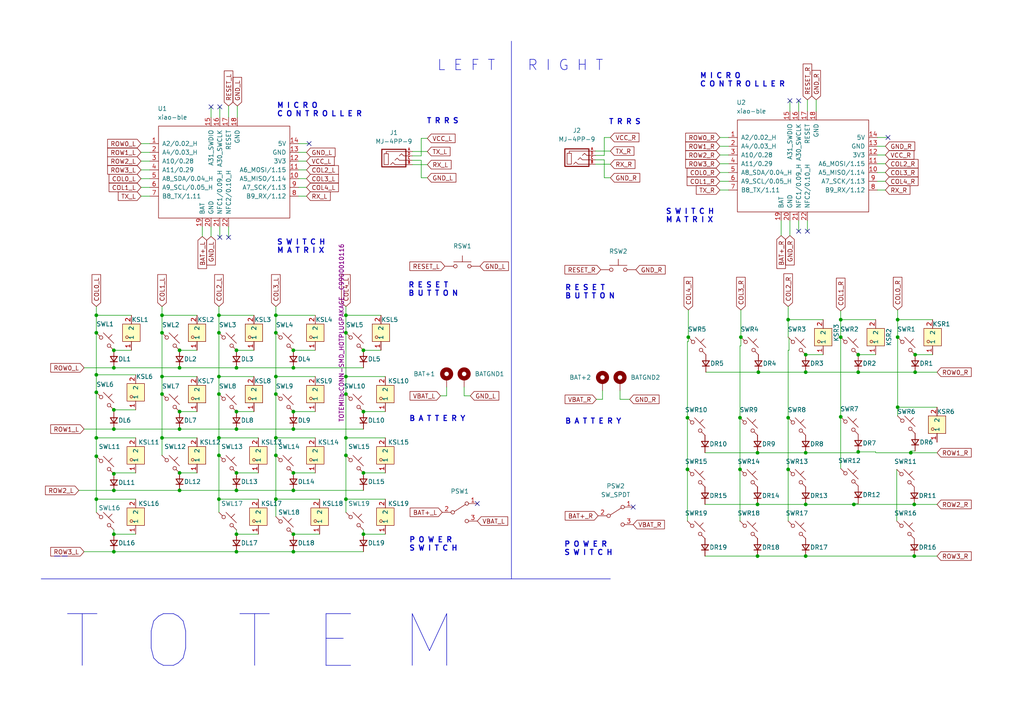
<source format=kicad_sch>
(kicad_sch (version 20250114) (generator "eeschema") (generator_version "9.0")
  (paper "A4")
  (title_block (title "TOTEM split keyboard") (date "2022-11-09") (rev "0.3") (comment 1 "made by GEIST") (comment 2 "edited by Essenceia from manifacturability "))
  (text "M I C R O \nC O N T R O L L E R" (at 202.946 25.4 0) (effects (font (size 1.5 1.5) (thickness 0.3) (bold yes)) (justify left bottom)))
  (text "T R R S" (at 176.53 36.322 0) (effects (font (size 1.5 1.5) (thickness 0.3) (bold yes)) (justify left bottom)))
  (text "R E S E T \nB U T T O N" (at 118.364 86.106 0) (effects (font (size 1.5 1.5) (thickness 0.3) (bold yes)) (justify left bottom)))
  (text "S W I T C H\nM A T R I X" (at 80.264 73.66 0) (effects (font (size 1.5 1.5) (thickness 0.3) (bold yes)) (justify left bottom)))
  (text "P O W E R\nS W I T C H" (at 118.618 160.02 0) (effects (font (size 1.5 1.5) (thickness 0.3) (bold yes)) (justify left bottom)))
  (text "R E S E T \nB U T T O N" (at 163.83 86.868 0) (effects (font (size 1.5 1.5) (thickness 0.3) (bold yes)) (justify left bottom)))
  (text "T O T E M" (at 18.034 195.072 0) (effects (font (size 15 15)) (justify left bottom)))
  (text "S W I T C H\nM A T R I X" (at 193.04 64.77 0) (effects (font (size 1.5 1.5) (thickness 0.3) (bold yes)) (justify left bottom)))
  (text "T R R S" (at 123.698 36.068 0) (effects (font (size 1.5 1.5) (thickness 0.3) (bold yes)) (justify left bottom)))
  (text "B A T T E R Y" (at 118.618 122.428 0) (effects (font (size 1.5 1.5) (thickness 0.3) (bold yes)) (justify left bottom)))
  (text "P O W E R\nS W I T C H" (at 163.576 161.29 0) (effects (font (size 1.5 1.5) (thickness 0.3) (bold yes)) (justify left bottom)))
  (text "R I G H T" (at 152.908 20.828 0) (effects (font (size 3 3)) (justify left bottom)))
  (text "B A T T E R Y" (at 163.83 123.19 0) (effects (font (size 1.5 1.5) (thickness 0.3) (bold yes)) (justify left bottom)))
  (text "L E F T" (at 143.764 20.828 0) (effects (font (size 3 3)) (justify right bottom)))
  (text "M I C R O \nC O N T R O L L E R" (at 80.264 34.036 0) (effects (font (size 1.5 1.5) (thickness 0.3) (bold yes)) (justify left bottom)))
  (junction (at 27.94 132.334))
  (junction (at 219.71 131.318))
  (junction (at 46.99 127))
  (junction (at 100.33 96.52))
  (junction (at 80.01 127))
  (junction (at 248.92 107.95))
  (junction (at 243.84 97.79))
  (junction (at 105.41 137.16))
  (junction (at 63.5 114.3))
  (junction (at 63.5 109.22))
  (junction (at 265.43 102.87))
  (junction (at 85.09 137.16))
  (junction (at 80.01 91.44))
  (junction (at 33.02 137.414))
  (junction (at 219.71 146.304))
  (junction (at 219.71 161.29))
  (junction (at 68.58 154.94))
  (junction (at 85.09 154.94))
  (junction (at 33.02 160.02))
  (junction (at 233.68 102.87))
  (junction (at 33.02 101.6))
  (junction (at 260.35 92.71))
  (junction (at 85.09 142.24))
  (junction (at 228.6 121.158))
  (junction (at 265.176 146.304))
  (junction (at 80.01 114.3))
  (junction (at 214.63 121.158))
  (junction (at 52.07 142.24))
  (junction (at 68.58 137.16))
  (junction (at 233.68 161.29))
  (junction (at 68.58 142.24))
  (junction (at 100.33 109.22))
  (junction (at 52.07 106.68))
  (junction (at 68.58 106.68))
  (junction (at 63.5 127))
  (junction (at 85.09 119.38))
  (junction (at 85.09 101.6))
  (junction (at 85.09 160.02))
  (junction (at 199.39 136.144))
  (junction (at 228.6 136.144))
  (junction (at 105.41 119.38))
  (junction (at 80.01 144.78))
  (junction (at 46.99 91.44))
  (junction (at 85.09 124.46))
  (junction (at 248.92 131.064))
  (junction (at 27.94 127))
  (junction (at 265.43 107.95))
  (junction (at 260.35 118.11))
  (junction (at 63.5 132.08))
  (junction (at 100.33 127))
  (junction (at 52.07 137.16))
  (junction (at 46.99 114.3))
  (junction (at 27.94 91.44))
  (junction (at 27.94 144.78))
  (junction (at 33.02 118.872))
  (junction (at 46.99 109.22))
  (junction (at 100.33 91.44))
  (junction (at 199.644 97.79))
  (junction (at 52.07 124.46))
  (junction (at 247.65 146.304))
  (junction (at 264.16 131.318))
  (junction (at 33.02 154.94))
  (junction (at 233.68 107.95))
  (junction (at 80.01 132.08))
  (junction (at 100.33 144.78))
  (junction (at 68.58 124.46))
  (junction (at 63.5 144.78))
  (junction (at 100.33 132.08))
  (junction (at 243.84 92.71))
  (junction (at 233.68 131.318))
  (junction (at 214.63 136.144))
  (junction (at 68.58 101.6))
  (junction (at 27.94 113.792))
  (junction (at 80.01 109.22))
  (junction (at 260.35 97.79))
  (junction (at 265.176 161.29))
  (junction (at 46.99 96.52))
  (junction (at 105.41 154.94))
  (junction (at 219.964 107.95))
  (junction (at 68.58 160.02))
  (junction (at 63.5 96.52))
  (junction (at 80.01 96.52))
  (junction (at 52.07 119.38))
  (junction (at 68.58 119.38))
  (junction (at 27.94 108.712))
  (junction (at 228.6 92.71))
  (junction (at 63.5 91.44))
  (junction (at 243.84 120.904))
  (junction (at 105.41 101.6))
  (junction (at 52.07 101.6))
  (junction (at 33.02 124.46))
  (junction (at 100.33 114.3))
  (junction (at 233.68 146.304))
  (junction (at 33.02 106.68))
  (junction (at 85.09 106.68))
  (junction (at 214.884 97.79))
  (junction (at 248.92 102.87))
  (junction (at 33.02 142.24))
  (junction (at 199.39 121.158))
  (junction (at 27.94 96.52))
  (no_connect (at 229.108 29.21))
  (no_connect (at 231.648 29.21))
  (no_connect (at 63.754 68.834))
  (no_connect (at 66.294 68.834))
  (no_connect (at 183.642 147.066))
  (no_connect (at 63.754 30.988))
  (no_connect (at 61.214 30.988))
  (no_connect (at 257.556 39.878))
  (no_connect (at 89.662 41.656))
  (no_connect (at 138.43 146.05))
  (no_connect (at 234.188 67.056))
  (no_connect (at 231.648 67.056))
  (wire (pts (xy 204.47 146.304) (xy 219.71 146.304)))
  (wire (pts (xy 233.68 102.87) (xy 238.76 102.87)))
  (wire (pts (xy 199.39 99.06) (xy 199.39 121.158)))
  (wire (pts (xy 58.674 65.786) (xy 58.674 68.58)))
  (wire (pts (xy 208.788 39.878) (xy 211.328 39.878)))
  (wire (pts (xy 204.47 131.318) (xy 219.71 131.318)))
  (wire (pts (xy 248.92 102.87) (xy 254 102.87)))
  (wire (pts (xy 179.832 113.284) (xy 179.832 115.824)))
  (wire (pts (xy 80.01 109.22) (xy 80.01 114.3)))
  (wire (pts (xy 86.614 41.656) (xy 89.662 41.656)))
  (wire (pts (xy 228.6 88.9) (xy 228.6 92.71)))
  (wire (pts (xy 260.35 89.916) (xy 260.35 92.71)))
  (wire (pts (xy 134.62 114.808) (xy 136.398 114.808)))
  (wire (pts (xy 134.62 112.268) (xy 134.62 114.808)))
  (wire (pts (xy 27.94 108.712) (xy 27.94 113.792)))
  (wire (pts (xy 100.33 109.22) (xy 100.33 114.3)))
  (wire (pts (xy 260.35 118.11) (xy 271.78 118.11)))
  (wire (pts (xy 68.58 124.46) (xy 85.09 124.46)))
  (wire (pts (xy 68.58 154.94) (xy 68.58 153.67)))
  (wire (pts (xy 214.884 100.33) (xy 214.63 100.33)))
  (wire (pts (xy 66.294 30.734) (xy 66.294 34.036)))
  (wire (pts (xy 80.01 96.52) (xy 80.01 109.22)))
  (wire (pts (xy 80.01 127) (xy 91.44 127)))
  (wire (pts (xy 254.508 50.038) (xy 256.794 50.038)))
  (wire (pts (xy 231.648 64.008) (xy 231.648 67.056)))
  (wire (pts (xy 46.99 127) (xy 46.99 132.08)))
  (wire (pts (xy 27.94 91.44) (xy 38.1 91.44)))
  (wire (pts (xy 214.63 100.33) (xy 214.63 121.158)))
  (wire (pts (xy 199.644 89.916) (xy 199.644 97.79)))
  (wire (pts (xy 228.6 92.71) (xy 228.6 97.79)))
  (wire (pts (xy 40.894 41.656) (xy 43.434 41.656)))
  (wire (pts (xy 208.788 55.118) (xy 211.328 55.118)))
  (wire (pts (xy 122.174 40.132) (xy 122.174 45.212)))
  (wire (pts (xy 175.26 46.355) (xy 175.26 51.562)))
  (wire (pts (xy 63.5 91.44) (xy 73.66 91.44)))
  (wire (pts (xy 100.33 144.78) (xy 100.33 148.59)))
  (wire (pts (xy 219.71 146.304) (xy 233.68 146.304)))
  (wire (pts (xy 27.94 96.52) (xy 27.94 108.712)))
  (wire (pts (xy 199.39 136.144) (xy 199.39 151.13)))
  (wire (pts (xy 33.02 154.94) (xy 33.02 153.67)))
  (wire (pts (xy 33.02 137.16) (xy 33.02 137.414)))
  (wire (pts (xy 68.58 106.68) (xy 85.09 106.68)))
  (wire (pts (xy 199.39 121.158) (xy 199.39 136.144)))
  (wire (pts (xy 100.33 96.52) (xy 100.33 109.22)))
  (wire (pts (xy 105.41 119.38) (xy 111.76 119.38)))
  (wire (pts (xy 208.788 50.038) (xy 211.328 50.038)))
  (wire (pts (xy 254.508 42.418) (xy 256.794 42.418)))
  (wire (pts (xy 27.94 91.44) (xy 27.94 96.52)))
  (wire (pts (xy 33.02 118.872) (xy 39.37 118.872)))
  (wire (pts (xy 260.096 136.144) (xy 260.096 151.13)))
  (wire (pts (xy 33.02 142.24) (xy 52.07 142.24)))
  (wire (pts (xy 260.35 97.79) (xy 260.35 118.11)))
  (wire (pts (xy 100.33 127) (xy 111.76 127)))
  (wire (pts (xy 85.09 101.6) (xy 91.44 101.6)))
  (wire (pts (xy 122.174 46.482) (xy 122.174 51.562)))
  (wire (pts (xy 27.94 127) (xy 27.94 132.334)))
  (wire (pts (xy 33.02 124.46) (xy 52.07 124.46)))
  (wire (pts (xy 264.16 130.81) (xy 264.16 131.318)))
  (wire (pts (xy 86.614 46.736) (xy 88.9 46.736)))
  (wire (pts (xy 27.94 132.334) (xy 27.94 144.78)))
  (wire (pts (xy 40.894 49.276) (xy 43.434 49.276)))
  (wire (pts (xy 248.92 131.064) (xy 248.92 131.318)))
  (wire (pts (xy 63.5 144.78) (xy 63.5 148.59)))
  (wire (pts (xy 63.754 30.988) (xy 63.754 34.036)))
  (wire (pts (xy 172.72 47.625) (xy 177.038 47.625)))
  (wire (pts (xy 52.07 142.24) (xy 68.58 142.24)))
  (wire (pts (xy 208.788 47.498) (xy 211.328 47.498)))
  (wire (pts (xy 24.384 124.46) (xy 33.02 124.46)))
  (wire (pts (xy 68.58 142.24) (xy 85.09 142.24)))
  (wire (pts (xy 229.108 64.008) (xy 229.108 68.326)))
  (wire (pts (xy 86.614 54.356) (xy 88.9 54.356)))
  (wire (pts (xy 265.43 107.95) (xy 271.78 107.95)))
  (wire (pts (xy 219.964 107.95) (xy 233.68 107.95)))
  (wire (pts (xy 27.94 144.78) (xy 27.94 148.59)))
  (wire (pts (xy 80.01 127) (xy 80.01 132.08)))
  (wire (pts (xy 61.214 30.988) (xy 61.214 34.036)))
  (wire (pts (xy 86.614 56.896) (xy 88.9 56.896)))
  (polyline (pts (xy 15.748 161.29) (xy 19.558 161.29)) (stroke (width 0) (type dash)))
  (wire (pts (xy 248.92 107.95) (xy 265.43 107.95)))
  (wire (pts (xy 254 131.064) (xy 254 131.318)))
  (wire (pts (xy 260.35 118.11) (xy 260.35 120.65)))
  (wire (pts (xy 243.84 97.79) (xy 243.84 120.904)))
  (wire (pts (xy 39.37 137.16) (xy 33.02 137.16)))
  (wire (pts (xy 254.508 55.118) (xy 256.794 55.118)))
  (wire (pts (xy 105.41 154.94) (xy 105.41 153.67)))
  (wire (pts (xy 254 131.318) (xy 264.16 131.318)))
  (wire (pts (xy 254.508 39.878) (xy 257.556 39.878)))
  (wire (pts (xy 100.33 109.22) (xy 111.76 109.22)))
  (wire (pts (xy 204.47 161.29) (xy 219.71 161.29)))
  (wire (pts (xy 248.92 131.318) (xy 233.68 131.318)))
  (wire (pts (xy 175.26 51.562) (xy 177.038 51.562)))
  (wire (pts (xy 63.5 127) (xy 74.93 127)))
  (wire (pts (xy 254.508 47.498) (xy 256.794 47.498)))
  (wire (pts (xy 80.01 109.22) (xy 91.44 109.22)))
  (wire (pts (xy 228.854 101.6) (xy 228.6 101.6)))
  (wire (pts (xy 243.84 120.904) (xy 243.84 135.89)))
  (wire (pts (xy 247.65 146.05) (xy 247.65 146.304)))
  (wire (pts (xy 27.94 108.712) (xy 39.37 108.712)))
  (wire (pts (xy 265.43 102.87) (xy 270.51 102.87)))
  (wire (pts (xy 80.01 91.44) (xy 91.44 91.44)))
  (wire (pts (xy 100.33 88.9) (xy 100.33 91.44)))
  (wire (pts (xy 122.174 40.132) (xy 123.952 40.132)))
  (wire (pts (xy 228.6 121.158) (xy 228.6 136.144)))
  (wire (pts (xy 33.02 160.02) (xy 68.58 160.02)))
  (wire (pts (xy 243.84 92.71) (xy 254 92.71)))
  (wire (pts (xy 68.58 119.38) (xy 73.66 119.38)))
  (wire (pts (xy 264.16 131.318) (xy 271.78 131.318)))
  (wire (pts (xy 177.038 39.878) (xy 175.26 39.878)))
  (wire (pts (xy 233.68 107.95) (xy 248.92 107.95)))
  (wire (pts (xy 80.01 144.78) (xy 92.71 144.78)))
  (wire (pts (xy 265.176 146.304) (xy 271.78 146.304)))
  (wire (pts (xy 40.894 46.736) (xy 43.434 46.736)))
  (wire (pts (xy 233.68 161.29) (xy 265.176 161.29)))
  (wire (pts (xy 80.01 88.9) (xy 80.01 91.44)))
  (wire (pts (xy 52.07 137.16) (xy 57.15 137.16)))
  (wire (pts (xy 85.09 119.38) (xy 91.44 119.38)))
  (wire (pts (xy 33.02 142.24) (xy 33.02 142.494)))
  (wire (pts (xy 127.762 114.808) (xy 129.54 114.808)))
  (wire (pts (xy 63.5 91.44) (xy 63.5 96.52)))
  (wire (pts (xy 63.5 114.3) (xy 63.5 127)))
  (wire (pts (xy 214.884 97.79) (xy 214.884 100.33)))
  (wire (pts (xy 63.5 132.08) (xy 63.5 144.78)))
  (wire (pts (xy 234.188 64.008) (xy 234.188 67.056)))
  (wire (pts (xy 119.634 47.752) (xy 123.952 47.752)))
  (wire (pts (xy 219.71 161.29) (xy 233.68 161.29)))
  (wire (pts (xy 247.65 146.304) (xy 265.176 146.304)))
  (wire (pts (xy 52.07 106.68) (xy 68.58 106.68)))
  (wire (pts (xy 85.09 124.46) (xy 105.41 124.46)))
  (wire (pts (xy 119.634 45.212) (xy 122.174 45.212)))
  (wire (pts (xy 68.58 101.6) (xy 73.66 101.6)))
  (wire (pts (xy 243.84 90.17) (xy 243.84 92.71)))
  (wire (pts (xy 214.63 136.144) (xy 214.63 151.13)))
  (wire (pts (xy 265.43 130.81) (xy 264.16 130.81)))
  (wire (pts (xy 33.02 101.6) (xy 38.1 101.6)))
  (wire (pts (xy 248.92 146.05) (xy 247.65 146.05)))
  (wire (pts (xy 46.99 91.44) (xy 57.15 91.44)))
  (wire (pts (xy 105.41 137.16) (xy 111.76 137.16)))
  (wire (pts (xy 199.644 99.06) (xy 199.39 99.06)))
  (wire (pts (xy 85.09 154.94) (xy 92.71 154.94)))
  (wire (pts (xy 85.09 142.24) (xy 105.41 142.24)))
  (wire (pts (xy 119.634 43.942) (xy 123.952 43.942)))
  (wire (pts (xy 233.68 146.304) (xy 247.65 146.304)))
  (wire (pts (xy 236.728 28.956) (xy 236.728 32.258)))
  (wire (pts (xy 85.09 106.68) (xy 105.41 106.68)))
  (polyline (pts (xy 148.336 11.938) (xy 148.336 167.894)) (stroke (width 0) (type solid)))
  (wire (pts (xy 105.41 154.94) (xy 111.76 154.94)))
  (wire (pts (xy 129.54 114.808) (xy 129.54 112.268)))
  (wire (pts (xy 24.384 106.68) (xy 33.02 106.68)))
  (wire (pts (xy 228.6 92.71) (xy 238.76 92.71)))
  (wire (pts (xy 57.15 127) (xy 46.99 127)))
  (wire (pts (xy 63.5 127) (xy 63.5 132.08)))
  (wire (pts (xy 100.33 91.44) (xy 100.33 96.52)))
  (wire (pts (xy 100.33 114.3) (xy 100.33 127)))
  (wire (pts (xy 265.176 161.29) (xy 271.78 161.29)))
  (wire (pts (xy 68.834 30.734) (xy 68.834 34.036)))
  (wire (pts (xy 122.174 51.562) (xy 123.952 51.562)))
  (wire (pts (xy 46.99 96.52) (xy 46.99 109.22)))
  (wire (pts (xy 40.894 51.816) (xy 43.434 51.816)))
  (wire (pts (xy 46.99 91.44) (xy 46.99 96.52)))
  (wire (pts (xy 254.508 44.958) (xy 256.794 44.958)))
  (polyline (pts (xy 11.938 167.894) (xy 177.038 167.894)) (stroke (width 0) (type solid)))
  (wire (pts (xy 234.188 28.956) (xy 234.188 32.258)))
  (wire (pts (xy 172.974 115.824) (xy 174.752 115.824)))
  (wire (pts (xy 68.58 137.16) (xy 74.93 137.16)))
  (wire (pts (xy 248.92 131.064) (xy 254 131.064)))
  (wire (pts (xy 243.84 92.71) (xy 243.84 97.79)))
  (wire (pts (xy 229.108 29.21) (xy 229.108 32.258)))
  (wire (pts (xy 172.72 46.355) (xy 175.26 46.355)))
  (wire (pts (xy 27.94 88.9) (xy 27.94 91.44)))
  (wire (pts (xy 52.07 101.6) (xy 57.15 101.6)))
  (wire (pts (xy 68.58 160.02) (xy 85.09 160.02)))
  (wire (pts (xy 66.294 65.786) (xy 66.294 68.834)))
  (wire (pts (xy 105.41 101.6) (xy 110.49 101.6)))
  (wire (pts (xy 85.09 137.16) (xy 91.44 137.16)))
  (wire (pts (xy 68.58 154.94) (xy 74.93 154.94)))
  (wire (pts (xy 27.94 113.792) (xy 27.94 127)))
  (wire (pts (xy 100.33 144.78) (xy 111.76 144.78)))
  (wire (pts (xy 228.6 136.144) (xy 228.6 151.13)))
  (wire (pts (xy 80.01 91.44) (xy 80.01 96.52)))
  (wire (pts (xy 52.07 142.24) (xy 52.07 142.494)))
  (wire (pts (xy 46.99 109.22) (xy 57.15 109.22)))
  (wire (pts (xy 52.07 124.46) (xy 68.58 124.46)))
  (wire (pts (xy 254.508 52.578) (xy 256.794 52.578)))
  (wire (pts (xy 40.894 56.896) (xy 43.434 56.896)))
  (wire (pts (xy 208.788 52.578) (xy 211.328 52.578)))
  (wire (pts (xy 172.72 45.085) (xy 175.26 45.085)))
  (wire (pts (xy 46.99 114.3) (xy 46.99 127)))
  (wire (pts (xy 46.99 88.9) (xy 46.99 91.44)))
  (wire (pts (xy 52.07 119.38) (xy 57.15 119.38)))
  (wire (pts (xy 204.724 107.95) (xy 219.964 107.95)))
  (wire (pts (xy 33.02 106.68) (xy 52.07 106.68)))
  (wire (pts (xy 208.788 42.418) (xy 211.328 42.418)))
  (wire (pts (xy 214.63 121.158) (xy 214.63 136.144)))
  (wire (pts (xy 228.854 98.044) (xy 228.854 101.6)))
  (wire (pts (xy 33.02 154.94) (xy 39.37 154.94)))
  (wire (pts (xy 80.01 132.08) (xy 80.01 144.78)))
  (wire (pts (xy 80.01 114.3) (xy 80.01 127)))
  (wire (pts (xy 100.33 132.08) (xy 100.33 144.78)))
  (wire (pts (xy 46.99 109.22) (xy 46.99 114.3)))
  (wire (pts (xy 260.35 92.71) (xy 260.35 97.79)))
  (wire (pts (xy 86.614 49.276) (xy 88.9 49.276)))
  (wire (pts (xy 174.752 115.824) (xy 174.752 113.284)))
  (wire (pts (xy 231.648 29.21) (xy 231.648 32.258)))
  (wire (pts (xy 199.644 97.79) (xy 199.644 99.06)))
  (wire (pts (xy 40.894 54.356) (xy 43.434 54.356)))
  (wire (pts (xy 63.5 144.78) (xy 74.93 144.78)))
  (wire (pts (xy 85.09 160.02) (xy 105.41 160.02)))
  (wire (pts (xy 214.884 89.916) (xy 214.884 97.79)))
  (wire (pts (xy 22.86 142.24) (xy 33.02 142.24)))
  (wire (pts (xy 63.5 109.22) (xy 63.5 114.3)))
  (wire (pts (xy 260.35 92.71) (xy 270.51 92.71)))
  (wire (pts (xy 86.614 44.196) (xy 88.9 44.196)))
  (wire (pts (xy 33.02 118.872) (xy 33.02 119.38)))
  (wire (pts (xy 40.894 44.196) (xy 43.434 44.196)))
  (wire (pts (xy 226.568 64.008) (xy 226.568 68.326)))
  (wire (pts (xy 63.5 96.52) (xy 63.5 109.22)))
  (wire (pts (xy 63.754 65.786) (xy 63.754 68.834)))
  (wire (pts (xy 63.5 88.9) (xy 63.5 91.44)))
  (wire (pts (xy 179.832 115.824) (xy 182.626 115.824)))
  (wire (pts (xy 63.5 109.22) (xy 73.66 109.22)))
  (wire (pts (xy 27.94 144.78) (xy 39.37 144.78)))
  (wire (pts (xy 86.614 51.816) (xy 88.9 51.816)))
  (wire (pts (xy 27.94 127) (xy 39.37 127)))
  (wire (pts (xy 100.33 91.44) (xy 110.49 91.44)))
  (wire (pts (xy 61.214 65.786) (xy 61.214 68.58)))
  (wire (pts (xy 24.384 160.02) (xy 33.02 160.02)))
  (wire (pts (xy 100.33 127) (xy 100.33 132.08)))
  (wire (pts (xy 208.788 44.958) (xy 211.328 44.958)))
  (wire (pts (xy 122.174 46.482) (xy 119.634 46.482)))
  (wire (pts (xy 80.01 144.78) (xy 80.01 149.86)))
  (wire (pts (xy 228.6 101.6) (xy 228.6 121.158)))
  (wire (pts (xy 175.26 39.878) (xy 175.26 45.085)))
  (wire (pts (xy 219.71 131.318) (xy 233.68 131.318)))
  (wire (pts (xy 172.72 43.815) (xy 177.038 43.815)))
  (global_label "GND_L" (shape input) (at 139.192 77.216 0) (property "Intersheetrefs" "${INTERSHEET_REFS}" (effects (hide yes))))
  (global_label "VCC_R" (shape input) (at 256.794 44.958 0) (property "Intersheetrefs" "${INTERSHEET_REFS}" (effects (hide yes))))
  (global_label "RX_L" (shape input) (at 123.952 47.752 0) (property "Intersheetrefs" "${INTERSHEET_REFS}" (effects (hide yes))))
  (global_label "ROW3_R" (shape input) (at 271.78 161.29 0) (property "Intersheetrefs" "${INTERSHEET_REFS}" (effects (hide yes))))
  (global_label "GND_R" (shape input) (at 256.794 42.418 0) (property "Intersheetrefs" "${INTERSHEET_REFS}" (effects (hide yes))))
  (global_label "COL3_L" (shape input) (at 80.01 88.9 90) (property "Intersheetrefs" "${INTERSHEET_REFS}" (effects (hide yes))))
  (global_label "COL4_L" (shape input) (at 100.33 88.9 90) (property "Intersheetrefs" "${INTERSHEET_REFS}" (effects (hide yes))))
  (global_label "ROW0_R" (shape input) (at 271.78 107.95 0) (property "Intersheetrefs" "${INTERSHEET_REFS}" (effects (hide yes))))
  (global_label "COL1_L" (shape input) (at 46.99 88.9 90) (property "Intersheetrefs" "${INTERSHEET_REFS}" (effects (hide yes))))
  (global_label "GND_L" (shape input) (at 68.834 30.734 90) (property "Intersheetrefs" "${INTERSHEET_REFS}" (effects (hide yes))))
  (global_label "COL2_R" (shape input) (at 228.6 88.9 90) (property "Intersheetrefs" "${INTERSHEET_REFS}" (effects (hide yes))))
  (global_label "GND_L" (shape input) (at 88.9 44.196 0) (property "Intersheetrefs" "${INTERSHEET_REFS}" (effects (hide yes))))
  (global_label "BAT+_L" (shape input) (at 128.27 148.59 180) (property "Intersheetrefs" "${INTERSHEET_REFS}" (effects (hide yes))))
  (global_label "ROW0_R" (shape input) (at 208.788 39.878 180) (property "Intersheetrefs" "${INTERSHEET_REFS}" (effects (hide yes))))
  (global_label "COL0_R" (shape input) (at 208.788 50.038 180) (property "Intersheetrefs" "${INTERSHEET_REFS}" (effects (hide yes))))
  (global_label "COL4_R" (shape input) (at 256.794 52.578 0) (property "Intersheetrefs" "${INTERSHEET_REFS}" (effects (hide yes))))
  (global_label "VCC_L" (shape input) (at 123.952 40.132 0) (property "Intersheetrefs" "${INTERSHEET_REFS}" (effects (hide yes))))
  (global_label "VCC_R" (shape input) (at 177.038 39.878 0) (property "Intersheetrefs" "${INTERSHEET_REFS}" (effects (hide yes))))
  (global_label "RESET_R" (shape input) (at 234.188 28.956 90) (property "Intersheetrefs" "${INTERSHEET_REFS}" (effects (hide yes))))
  (global_label "RESET_R" (shape input) (at 174.244 78.232 180) (property "Intersheetrefs" "${INTERSHEET_REFS}" (effects (hide yes))))
  (global_label "ROW3_L" (shape input) (at 24.384 160.02 180) (property "Intersheetrefs" "${INTERSHEET_REFS}" (effects (hide yes))))
  (global_label "VBAT_R" (shape input) (at 183.642 152.146 0) (property "Intersheetrefs" "${INTERSHEET_REFS}" (effects (hide yes))))
  (global_label "GND_L" (shape input) (at 61.214 68.58 270) (property "Intersheetrefs" "${INTERSHEET_REFS}" (effects (hide yes))))
  (global_label "RESET_L" (shape input) (at 129.032 77.216 180) (property "Intersheetrefs" "${INTERSHEET_REFS}" (effects (hide yes))))
  (global_label "VBAT_R" (shape input) (at 172.974 115.824 180) (property "Intersheetrefs" "${INTERSHEET_REFS}" (effects (hide yes))))
  (global_label "VCC_L" (shape input) (at 88.9 46.736 0) (property "Intersheetrefs" "${INTERSHEET_REFS}" (effects (hide yes))))
  (global_label "TX_L" (shape input) (at 123.952 43.942 0) (property "Intersheetrefs" "${INTERSHEET_REFS}" (effects (hide yes))))
  (global_label "BAT+_L" (shape input) (at 58.674 68.58 270) (property "Intersheetrefs" "${INTERSHEET_REFS}" (effects (hide yes))))
  (global_label "COL1_R" (shape input) (at 208.788 52.578 180) (property "Intersheetrefs" "${INTERSHEET_REFS}" (effects (hide yes))))
  (global_label "ROW3_R" (shape input) (at 208.788 47.498 180) (property "Intersheetrefs" "${INTERSHEET_REFS}" (effects (hide yes))))
  (global_label "BAT+_R" (shape input) (at 173.482 149.606 180) (property "Intersheetrefs" "${INTERSHEET_REFS}" (effects (hide yes))))
  (global_label "ROW0_L" (shape input) (at 24.384 106.68 180) (property "Intersheetrefs" "${INTERSHEET_REFS}" (effects (hide yes))))
  (global_label "GND_L" (shape input) (at 136.398 114.808 0) (property "Intersheetrefs" "${INTERSHEET_REFS}" (effects (hide yes))))
  (global_label "VBAT_L" (shape input) (at 127.762 114.808 180) (property "Intersheetrefs" "${INTERSHEET_REFS}" (effects (hide yes))))
  (global_label "ROW1_R" (shape input) (at 271.78 131.318 0) (property "Intersheetrefs" "${INTERSHEET_REFS}" (effects (hide yes))))
  (global_label "GND_L" (shape input) (at 123.952 51.562 0) (property "Intersheetrefs" "${INTERSHEET_REFS}" (effects (hide yes))))
  (global_label "BAT+_R" (shape input) (at 226.568 68.326 270) (property "Intersheetrefs" "${INTERSHEET_REFS}" (effects (hide yes))))
  (global_label "GND_R" (shape input) (at 182.626 115.824 0) (property "Intersheetrefs" "${INTERSHEET_REFS}" (effects (hide yes))))
  (global_label "RX_L" (shape input) (at 88.9 56.896 0) (property "Intersheetrefs" "${INTERSHEET_REFS}" (effects (hide yes))))
  (global_label "GND_R" (shape input) (at 184.404 78.232 0) (property "Intersheetrefs" "${INTERSHEET_REFS}" (effects (hide yes))))
  (global_label "COL0_L" (shape input) (at 27.94 88.9 90) (property "Intersheetrefs" "${INTERSHEET_REFS}" (effects (hide yes))))
  (global_label "ROW3_L" (shape input) (at 40.894 49.276 180) (property "Intersheetrefs" "${INTERSHEET_REFS}" (effects (hide yes))))
  (global_label "COL3_R" (shape input) (at 256.794 50.038 0) (property "Intersheetrefs" "${INTERSHEET_REFS}" (effects (hide yes))))
  (global_label "TX_R" (shape input) (at 177.038 43.815 0) (property "Intersheetrefs" "${INTERSHEET_REFS}" (effects (hide yes))))
  (global_label "COL4_R" (shape input) (at 199.644 89.916 90) (property "Intersheetrefs" "${INTERSHEET_REFS}" (effects (hide yes))))
  (global_label "RESET_L" (shape input) (at 66.294 30.734 90) (property "Intersheetrefs" "${INTERSHEET_REFS}" (effects (hide yes))))
  (global_label "RX_R" (shape input) (at 177.038 47.625 0) (property "Intersheetrefs" "${INTERSHEET_REFS}" (effects (hide yes))))
  (global_label "COL3_R" (shape input) (at 214.884 89.916 90) (property "Intersheetrefs" "${INTERSHEET_REFS}" (effects (hide yes))))
  (global_label "TX_R" (shape input) (at 208.788 55.118 180) (property "Intersheetrefs" "${INTERSHEET_REFS}" (effects (hide yes))))
  (global_label "ROW1_L" (shape input) (at 24.384 124.46 180) (property "Intersheetrefs" "${INTERSHEET_REFS}" (effects (hide yes))))
  (global_label "ROW2_L" (shape input) (at 40.894 46.736 180) (property "Intersheetrefs" "${INTERSHEET_REFS}" (effects (hide yes))))
  (global_label "GND_R" (shape input) (at 229.108 68.326 270) (property "Intersheetrefs" "${INTERSHEET_REFS}" (effects (hide yes))))
  (global_label "COL2_R" (shape input) (at 256.794 47.498 0) (property "Intersheetrefs" "${INTERSHEET_REFS}" (effects (hide yes))))
  (global_label "GND_R" (shape input) (at 236.728 28.956 90) (property "Intersheetrefs" "${INTERSHEET_REFS}" (effects (hide yes))))
  (global_label "VBAT_L" (shape input) (at 138.43 151.13 0) (property "Intersheetrefs" "${INTERSHEET_REFS}" (effects (hide yes))))
  (global_label "ROW1_L" (shape input) (at 40.894 44.196 180) (property "Intersheetrefs" "${INTERSHEET_REFS}" (effects (hide yes))))
  (global_label "COL1_R" (shape input) (at 243.84 90.17 90) (property "Intersheetrefs" "${INTERSHEET_REFS}" (effects (hide yes))))
  (global_label "GND_R" (shape input) (at 177.038 51.562 0) (property "Intersheetrefs" "${INTERSHEET_REFS}" (effects (hide yes))))
  (global_label "COL0_L" (shape input) (at 40.894 51.816 180) (property "Intersheetrefs" "${INTERSHEET_REFS}" (effects (hide yes))))
  (global_label "COL2_L" (shape input) (at 88.9 49.276 0) (property "Intersheetrefs" "${INTERSHEET_REFS}" (effects (hide yes))))
  (global_label "ROW1_R" (shape input) (at 208.788 42.418 180) (property "Intersheetrefs" "${INTERSHEET_REFS}" (effects (hide yes))))
  (global_label "ROW2_R" (shape input) (at 271.78 146.304 0) (property "Intersheetrefs" "${INTERSHEET_REFS}" (effects (hide yes))))
  (global_label "COL0_R" (shape input) (at 260.35 89.916 90) (property "Intersheetrefs" "${INTERSHEET_REFS}" (effects (hide yes))))
  (global_label "COL3_L" (shape input) (at 88.9 51.816 0) (property "Intersheetrefs" "${INTERSHEET_REFS}" (effects (hide yes))))
  (global_label "COL2_L" (shape input) (at 63.5 88.9 90) (property "Intersheetrefs" "${INTERSHEET_REFS}" (effects (hide yes))))
  (global_label "TX_L" (shape input) (at 40.894 56.896 180) (property "Intersheetrefs" "${INTERSHEET_REFS}" (effects (hide yes))))
  (global_label "ROW2_L" (shape input) (at 22.86 142.24 180) (property "Intersheetrefs" "${INTERSHEET_REFS}" (effects (hide yes))))
  (global_label "COL4_L" (shape input) (at 88.9 54.356 0) (property "Intersheetrefs" "${INTERSHEET_REFS}" (effects (hide yes))))
  (global_label "RX_R" (shape input) (at 256.794 55.118 0) (property "Intersheetrefs" "${INTERSHEET_REFS}" (effects (hide yes))))
  (global_label "ROW0_L" (shape input) (at 40.894 41.656 180) (property "Intersheetrefs" "${INTERSHEET_REFS}" (effects (hide yes))))
  (global_label "COL1_L" (shape input) (at 40.894 54.356 180) (property "Intersheetrefs" "${INTERSHEET_REFS}" (effects (hide yes))))
  (global_label "ROW2_R" (shape input) (at 208.788 44.958 180) (property "Intersheetrefs" "${INTERSHEET_REFS}" (effects (hide yes))))
  (symbol (lib_id "Device:D_Small") (at 105.41 157.48 90) (unit 1)
    (property "Reference" "DL19" (at 106.68 157.48 90) (effects (justify right)))
    (property "Value" "D_Small" (effects (hide yes)))
    (property "Footprint" "TOTEMlib:Diode_SOD123" (effects (hide yes)))
  )
  (symbol (lib_id "Switch:SW_Push_45deg") (at 246.38 100.33 0) (unit 1) (in_bom no) (on_board no)
    (property "Reference" "SWR2" (at 246.38 95.504 0))
    (property "Value" "SW_Push_45deg" (effects (hide yes)))
    (property "Footprint" "TOTEMlib:Kailh_socket_PG1350_optional" (effects (hide yes)))
  )
  (symbol (lib_id "Switch:SW_Push_45deg") (at 66.04 151.13 0) (unit 1) (in_bom no) (on_board no)
    (property "Reference" "SWL17" (at 67.31 146.05 0))
    (property "Value" "SW_Push_45deg" (effects (hide yes)))
    (property "Footprint" "TOTEMlib:Kailh_socket_PG1350_optional" (effects (hide yes)))
  )
  (symbol (lib_id "Totem_lib:CPG135001S30") (at 345.44 85.09 0) (unit 1)
    (property "Reference" "KSR9" (at 345.44 81.026 0))
    (property "Value" "CPG135001S30" (effects (hide yes)))
    (property "Footprint" "TOTEMlib:CONN-SMD_HOTPLUGPAKAGE__C9900010116" (effects (hide yes)))
    (property "LCSC Part" "C5333465" (effects (hide yes)))
  )
  (symbol (lib_id "Switch:SW_Push_45deg") (at 30.48 151.13 0) (unit 1) (in_bom no) (on_board no)
    (property "Reference" "SWL16" (at 31.75 147.32 0))
    (property "Value" "SW_Push_45deg" (effects (hide yes)))
    (property "Footprint" "TOTEMlib:Kailh_socket_PG1350_optional" (effects (hide yes)))
  )
  (symbol (lib_id "Switch:SW_Push_45deg") (at 262.636 153.67 0) (unit 1) (in_bom no) (on_board no)
    (property "Reference" "SWR16" (at 262.636 148.844 0))
    (property "Value" "SW_Push_45deg" (effects (hide yes)))
    (property "Footprint" "TOTEMlib:Kailh_socket_PG1350_optional" (effects (hide yes)))
  )
  (symbol (lib_id "Totem_lib:CPG135001S30") (at 238.76 97.79 90) (unit 1)
    (property "Reference" "KSR3" (at 242.57 96.52 0))
    (property "Value" "CPG135001S30" (effects (hide yes)))
    (property "Footprint" "TOTEMlib:CONN-SMD_HOTPLUGPAKAGE__C9900010116" (effects (hide yes)))
    (property "LCSC Part" "C5333465" (effects (hide yes)))
  )
  (symbol (lib_id "Switch:SW_SPDT") (at 133.35 148.59 0) (unit 1)
    (property "Reference" "PSW1" (at 133.35 142.494 0))
    (property "Value" "SW_SPDT" (effects (hide yes)))
    (property "Footprint" "TOTEMlib:MSK12C02" (effects (hide yes)))
  )
  (symbol (lib_id "Totem_lib:CPG135001S30") (at 111.76 132.08 90) (unit 1)
    (property "Reference" "KSL15" (at 115.57 128.27 90))
    (property "Value" "CPG135001S30" (effects (hide yes)))
    (property "Footprint" "TOTEMlib:CONN-SMD_HOTPLUGPAKAGE__C9900010116" (effects (hide yes)))
    (property "LCSC Part" "C5333465" (effects (hide yes)))
  )
  (symbol (lib_id "Totem_lib:CPG135001S30") (at 73.66 114.3 90) (unit 1)
    (property "Reference" "KSL8" (at 76.2 110.49 90))
    (property "Value" "CPG135001S30" (effects (hide yes)))
    (property "Footprint" "TOTEMlib:CONN-SMD_HOTPLUGPAKAGE__C9900010116" (effects (hide yes)))
    (property "LCSC Part" "C5333465" (effects (hide yes)))
  )
  (symbol (lib_id "Switch:SW_Push_45deg") (at 82.55 99.06 0) (unit 1) (in_bom no) (on_board no)
    (property "Reference" "SWL4" (at 82.55 94.234 0))
    (property "Value" "SW_Push_45deg" (effects (hide yes)))
    (property "Footprint" "TOTEMlib:Kailh_socket_PG1350_optional" (effects (hide yes)))
  )
  (symbol (lib_id "Totem_lib:CPG135001S30") (at 254 97.79 90) (unit 1)
    (property "Reference" "KSR2" (at 257.81 97.79 0))
    (property "Value" "CPG135001S30" (effects (hide yes)))
    (property "Footprint" "TOTEMlib:CONN-SMD_HOTPLUGPAKAGE__C9900010116" (effects (hide yes)))
    (property "LCSC Part" "C5333465" (effects (hide yes)))
  )
  (symbol (lib_id "Device:D_Small") (at 265.43 128.27 90) (unit 1)
    (property "Reference" "DR6" (at 266.7 128.27 90) (effects (justify right)))
    (property "Value" "D_Small" (effects (hide yes)))
    (property "Footprint" "TOTEMlib:Diode_SOD123" (effects (hide yes)))
  )
  (symbol (lib_id "Mechanical:MountingHole_Pad") (at 129.54 109.728 0) (unit 1) (in_bom no) (on_board no)
    (property "Reference" "BAT+1" (at 126.238 108.458 0) (effects (justify right)))
    (property "Value" "+" (effects (hide yes)))
    (property "Footprint" "TOTEMlib:BatteryPad" (effects (hide yes)))
  )
  (symbol (lib_id "Switch:SW_Push_45deg") (at 231.14 100.33 0) (unit 1) (in_bom no) (on_board no)
    (property "Reference" "SWR3" (at 231.14 95.504 0))
    (property "Value" "SW_Push_45deg" (effects (hide yes)))
    (property "Footprint" "TOTEMlib:Kailh_socket_PG1350_optional" (effects (hide yes)))
  )
  (symbol (lib_id "Switch:SW_Push_45deg") (at 66.04 99.06 0) (unit 1) (in_bom no) (on_board no)
    (property "Reference" "SWL3" (at 66.04 94.234 0))
    (property "Value" "SW_Push_45deg" (effects (hide yes)))
    (property "Footprint" "TOTEMlib:Kailh_socket_PG1350_optional" (effects (hide yes)))
  )
  (symbol (lib_id "Totem_lib:CPG135001S30") (at 39.37 149.86 90) (unit 1)
    (property "Reference" "KSL16" (at 43.18 146.05 90))
    (property "Value" "CPG135001S30" (effects (hide yes)))
    (property "Footprint" "TOTEMlib:CONN-SMD_HOTPLUGPAKAGE__C9900010116" (effects (hide yes)))
    (property "LCSC Part" "C5333465" (effects (hide yes)))
  )
  (symbol (lib_id "Switch:SW_SPDT") (at 178.562 149.606 0) (unit 1)
    (property "Reference" "PSW2" (at 178.562 140.97 0))
    (property "Value" "SW_SPDT" (at 178.562 143.51 0))
    (property "Footprint" "TOTEMlib:MSK12C02" (effects (hide yes)))
  )
  (symbol (lib_id "Mechanical:MountingHole_Pad") (at 134.62 109.728 0) (unit 1) (in_bom no) (on_board no)
    (property "Reference" "BATGND1" (at 137.668 108.458 0) (effects (justify left)))
    (property "Value" "-" (effects (hide yes)))
    (property "Footprint" "TOTEMlib:BatteryPad" (effects (hide yes)))
  )
  (symbol (lib_id "Device:D_Small") (at 204.724 105.41 90) (unit 1)
    (property "Reference" "DR5" (at 205.994 105.41 90) (effects (justify right)))
    (property "Value" "D_Small" (effects (hide yes)))
    (property "Footprint" "TOTEMlib:Diode_SOD123" (effects (hide yes)))
  )
  (symbol (lib_id "Totem_lib:CPG135001S30") (at 345.44 92.71 0) (unit 1)
    (property "Reference" "KSR10" (at 345.44 88.646 0))
    (property "Value" "CPG135001S30" (effects (hide yes)))
    (property "Footprint" "TOTEMlib:CONN-SMD_HOTPLUGPAKAGE__C9900010116" (effects (hide yes)))
    (property "LCSC Part" "C5333465" (effects (hide yes)))
  )
  (symbol (lib_id "Totem_lib:CPG135001S30") (at 57.15 114.3 90) (unit 1)
    (property "Reference" "KSL7" (at 59.69 110.49 90))
    (property "Value" "CPG135001S30" (effects (hide yes)))
    (property "Footprint" "TOTEMlib:CONN-SMD_HOTPLUGPAKAGE__C9900010116" (effects (hide yes)))
    (property "LCSC Part" "C5333465" (effects (hide yes)))
  )
  (symbol (lib_id "Switch:SW_Push_45deg") (at 201.93 123.698 0) (unit 1) (in_bom no) (on_board no)
    (property "Reference" "SWR10" (at 201.93 118.872 0))
    (property "Value" "SW_Push_45deg" (effects (hide yes)))
    (property "Footprint" "TOTEMlib:Kailh_socket_PG1350_optional" (effects (hide yes)))
  )
  (symbol (lib_id "Totem_lib:CPG135001S30") (at 271.78 123.19 90) (unit 1)
    (property "Reference" "KSR6" (at 274.32 119.38 90))
    (property "Value" "CPG135001S30" (effects (hide yes)))
    (property "Footprint" "TOTEMlib:CONN-SMD_HOTPLUGPAKAGE__C9900010116" (effects (hide yes)))
    (property "LCSC Part" "C5333465" (effects (hide yes)))
  )
  (symbol (lib_id "Switch:SW_Push") (at 134.112 77.216 0) (unit 1)
    (property "Reference" "RSW1" (at 134.112 71.374 0))
    (property "Value" "SW_Push" (effects (hide yes)))
    (property "Footprint" "TOTEMlib:SKHLLCA010" (effects (hide yes)))
  )
  (symbol (lib_id "Switch:SW_Push_45deg") (at 246.38 138.43 0) (unit 1) (in_bom no) (on_board no)
    (property "Reference" "SWR12" (at 246.38 133.604 0))
    (property "Value" "SW_Push_45deg" (effects (hide yes)))
    (property "Footprint" "TOTEMlib:Kailh_socket_PG1350_optional" (effects (hide yes)))
  )
  (symbol (lib_id "Totem_lib:CPG135001S30") (at 345.44 69.85 0) (unit 1)
    (property "Reference" "KSR7" (at 345.44 65.786 0))
    (property "Value" "CPG135001S30" (effects (hide yes)))
    (property "Footprint" "TOTEMlib:CONN-SMD_HOTPLUGPAKAGE__C9900010116" (effects (hide yes)))
    (property "LCSC Part" "C5333465" (effects (hide yes)))
  )
  (symbol (lib_id "Totem_lib:CPG135001S30") (at 345.44 124.46 0) (unit 1)
    (property "Reference" "KSR14" (at 345.44 120.396 0))
    (property "Value" "CPG135001S30" (effects (hide yes)))
    (property "Footprint" "TOTEMlib:CONN-SMD_HOTPLUGPAKAGE__C9900010116" (effects (hide yes)))
    (property "LCSC Part" "C5333465" (effects (hide yes)))
  )
  (symbol (lib_id "Switch:SW_Push_45deg") (at 231.14 123.698 0) (unit 1) (in_bom no) (on_board no)
    (property "Reference" "SWR8" (at 231.14 118.872 0))
    (property "Value" "SW_Push_45deg" (effects (hide yes)))
    (property "Footprint" "TOTEMlib:Kailh_socket_PG1350_optional" (effects (hide yes)))
  )
  (symbol (lib_id "Switch:SW_Push_45deg") (at 49.53 116.84 0) (unit 1) (in_bom no) (on_board no)
    (property "Reference" "SWL7" (at 49.53 112.014 0))
    (property "Value" "SW_Push_45deg" (effects (hide yes)))
    (property "Footprint" "TOTEMlib:Kailh_socket_PG1350_optional" (effects (hide yes)))
  )
  (symbol (lib_id "mcu:xiao-ble") (at 65.024 49.276 0) (unit 1) (in_bom no) (on_board no)
    (property "Reference" "U1" (at 45.72 31.496 0) (effects (justify left)))
    (property "Value" "xiao-ble" (at 45.72 34.036 0) (effects (justify left)))
    (property "Footprint" "TOTEMlib:xiao-ble-smd-cutout" (effects (hide yes)))
  )
  (symbol (lib_id "Device:D_Small") (at 219.71 143.764 90) (unit 1)
    (property "Reference" "DR14" (at 220.98 143.764 90) (effects (justify right)))
    (property "Value" "D_Small" (effects (hide yes)))
    (property "Footprint" "TOTEMlib:Diode_SOD123" (effects (hide yes)))
  )
  (symbol (lib_id "Switch:SW_Push_45deg") (at 231.14 138.684 0) (unit 1) (in_bom no) (on_board no)
    (property "Reference" "SWR13" (at 231.14 133.858 0))
    (property "Value" "SW_Push_45deg" (effects (hide yes)))
    (property "Footprint" "TOTEMlib:Kailh_socket_PG1350_optional" (effects (hide yes)))
  )
  (symbol (lib_id "Device:D_Small") (at 33.02 104.14 90) (unit 1)
    (property "Reference" "DL1" (at 34.29 104.14 90) (effects (justify right)))
    (property "Value" "D_Small" (effects (hide yes)))
    (property "Footprint" "TOTEMlib:Diode_SOD123" (effects (hide yes)))
  )
  (symbol (lib_id "Totem_lib:CPG135001S30") (at 345.44 101.6 0) (unit 1)
    (property "Reference" "KSR11" (at 345.44 97.536 0))
    (property "Value" "CPG135001S30" (effects (hide yes)))
    (property "Footprint" "TOTEMlib:CONN-SMD_HOTPLUGPAKAGE__C9900010116" (effects (hide yes)))
    (property "LCSC Part" "C5333465" (effects (hide yes)))
  )
  (symbol (lib_id "Device:D_Small") (at 265.176 158.75 90) (unit 1)
    (property "Reference" "DR16" (at 266.446 158.75 90) (effects (justify right)))
    (property "Value" "D_Small" (effects (hide yes)))
    (property "Footprint" "TOTEMlib:Diode_SOD123" (effects (hide yes)))
  )
  (symbol (lib_id "Switch:SW_Push_45deg") (at 202.184 100.33 0) (unit 1) (in_bom no) (on_board no)
    (property "Reference" "SWR5" (at 202.184 95.504 0))
    (property "Value" "SW_Push_45deg" (effects (hide yes)))
    (property "Footprint" "TOTEMlib:Kailh_socket_PG1350_optional" (effects (hide yes)))
  )
  (symbol (lib_id "Device:D_Small") (at 52.07 104.14 90) (unit 1)
    (property "Reference" "DL2" (at 53.34 104.14 90) (effects (justify right)))
    (property "Value" "D_Small" (effects (hide yes)))
    (property "Footprint" "TOTEMlib:Diode_SOD123" (effects (hide yes)))
  )
  (symbol (lib_id "Switch:SW_Push_45deg") (at 66.04 116.84 0) (unit 1) (in_bom no) (on_board no)
    (property "Reference" "SWL8" (at 66.04 112.014 0))
    (property "Value" "SW_Push_45deg" (effects (hide yes)))
    (property "Footprint" "TOTEMlib:Kailh_socket_PG1350_optional" (effects (hide yes)))
  )
  (symbol (lib_id "Totem_lib:CPG135001S30") (at 345.44 109.22 0) (unit 1)
    (property "Reference" "KSR12" (at 345.44 105.156 0))
    (property "Value" "CPG135001S30" (effects (hide yes)))
    (property "Footprint" "TOTEMlib:CONN-SMD_HOTPLUGPAKAGE__C9900010116" (effects (hide yes)))
    (property "LCSC Part" "C5333465" (effects (hide yes)))
  )
  (symbol (lib_id "Totem_lib:CPG135001S30") (at 74.93 132.08 90) (unit 1)
    (property "Reference" "KSL13" (at 78.74 128.27 90))
    (property "Value" "CPG135001S30" (effects (hide yes)))
    (property "Footprint" "TOTEMlib:CONN-SMD_HOTPLUGPAKAGE__C9900010116" (effects (hide yes)))
    (property "LCSC Part" "C5333465" (effects (hide yes)))
  )
  (symbol (lib_id "Switch:SW_Push_45deg") (at 82.55 134.62 0) (unit 1) (in_bom no) (on_board no)
    (property "Reference" "SWL14" (at 83.82 129.54 0))
    (property "Value" "SW_Push_45deg" (effects (hide yes)))
    (property "Footprint" "TOTEMlib:Kailh_socket_PG1350_optional" (effects (hide yes)))
  )
  (symbol (lib_id "Device:D_Small") (at 85.09 139.7 90) (unit 1)
    (property "Reference" "DL14" (at 86.36 139.7 90) (effects (justify right)))
    (property "Value" "D_Small" (effects (hide yes)))
    (property "Footprint" "TOTEMlib:Diode_SOD123" (effects (hide yes)))
  )
  (symbol (lib_id "Totem_lib:CPG135001S30") (at 39.37 132.08 90) (unit 1)
    (property "Reference" "KSL11" (at 43.18 128.27 90))
    (property "Value" "CPG135001S30" (effects (hide yes)))
    (property "Footprint" "TOTEMlib:CONN-SMD_HOTPLUGPAKAGE__C9900010116" (effects (hide yes)))
    (property "LCSC Part" "C5333465" (effects (hide yes)))
  )
  (symbol (lib_id "Totem_lib:CPG135001S30") (at 345.44 77.47 0) (unit 1)
    (property "Reference" "KSR8" (at 345.44 73.406 0))
    (property "Value" "CPG135001S30" (effects (hide yes)))
    (property "Footprint" "TOTEMlib:CONN-SMD_HOTPLUGPAKAGE__C9900010116" (effects (hide yes)))
    (property "LCSC Part" "C5333465" (effects (hide yes)))
  )
  (symbol (lib_id "Device:D_Small") (at 204.47 143.764 90) (unit 1)
    (property "Reference" "DR15" (at 205.74 143.764 90) (effects (justify right)))
    (property "Value" "D_Small" (effects (hide yes)))
    (property "Footprint" "TOTEMlib:Diode_SOD123" (effects (hide yes)))
  )
  (symbol (lib_id "Switch:SW_Push_45deg") (at 102.87 151.13 0) (unit 1) (in_bom no) (on_board no)
    (property "Reference" "SWL19" (at 104.14 146.05 0))
    (property "Value" "SW_Push_45deg" (effects (hide yes)))
    (property "Footprint" "TOTEMlib:Kailh_socket_PG1350_optional" (effects (hide yes)))
  )
  (symbol (lib_id "Totem_lib:CPG135001S30") (at 345.44 116.84 0) (unit 1)
    (property "Reference" "KSR13" (at 345.44 112.776 0))
    (property "Value" "CPG135001S30" (effects (hide yes)))
    (property "Footprint" "TOTEMlib:CONN-SMD_HOTPLUGPAKAGE__C9900010116" (effects (hide yes)))
    (property "LCSC Part" "C5333465" (effects (hide yes)))
  )
  (symbol (lib_id "Switch:SW_Push_45deg") (at 201.93 153.67 0) (unit 1) (in_bom no) (on_board no)
    (property "Reference" "SWR19" (at 201.93 148.844 0))
    (property "Value" "SW_Push_45deg" (effects (hide yes)))
    (property "Footprint" "TOTEMlib:Kailh_socket_PG1350_optional" (effects (hide yes)))
  )
  (symbol (lib_id "kbd:MJ-4PP-9") (at 114.554 45.847 0) (unit 1)
    (property "Reference" "J1" (at 114.2365 38.481 0))
    (property "Value" "MJ-4PP-9" (at 114.2365 41.021 0))
    (property "Footprint" "TOTEMlib:MJ-4PP-9_1side" (effects (hide yes)))
  )
  (symbol (lib_id "Totem_lib:CPG135001S30") (at 345.44 45.72 0) (unit 1)
    (property "Reference" "KSR4" (at 345.44 41.656 0))
    (property "Value" "CPG135001S30" (effects (hide yes)))
    (property "Footprint" "TOTEMlib:CONN-SMD_HOTPLUGPAKAGE__C9900010116" (effects (hide yes)))
    (property "LCSC Part" "C5333465" (effects (hide yes)))
  )
  (symbol (lib_id "Switch:SW_Push_45deg") (at 231.14 153.67 0) (unit 1) (in_bom no) (on_board no)
    (property "Reference" "SWR17" (at 231.14 148.844 0))
    (property "Value" "SW_Push_45deg" (effects (hide yes)))
    (property "Footprint" "TOTEMlib:Kailh_socket_PG1350_optional" (effects (hide yes)))
  )
  (symbol (lib_id "Switch:SW_Push_45deg") (at 246.38 123.444 0) (unit 1) (in_bom no) (on_board no)
    (property "Reference" "SWR7" (at 246.38 118.618 0))
    (property "Value" "SW_Push_45deg" (effects (hide yes)))
    (property "Footprint" "TOTEMlib:Kailh_socket_PG1350_optional" (effects (hide yes)))
  )
  (symbol (lib_id "Switch:SW_Push_45deg") (at 30.48 99.06 0) (unit 1) (in_bom no) (on_board no)
    (property "Reference" "SWL1" (at 30.48 93.98 0))
    (property "Value" "SW_Push_45deg" (effects (hide yes)))
    (property "Footprint" "TOTEMlib:Kailh_socket_PG1350_optional" (effects (hide yes)))
  )
  (symbol (lib_id "Device:D_Small") (at 105.41 104.14 90) (unit 1)
    (property "Reference" "DL5" (at 106.68 104.14 90) (effects (justify right)))
    (property "Value" "D_Small" (effects (hide yes)))
    (property "Footprint" "TOTEMlib:Diode_SOD123" (effects (hide yes)))
  )
  (symbol (lib_id "Device:D_Small") (at 219.964 105.41 90) (unit 1)
    (property "Reference" "DR4" (at 221.234 105.41 90) (effects (justify right)))
    (property "Value" "D_Small" (effects (hide yes)))
    (property "Footprint" "TOTEMlib:Diode_SOD123" (effects (hide yes)))
  )
  (symbol (lib_id "Device:D_Small") (at 233.68 143.764 90) (unit 1)
    (property "Reference" "DR13" (at 234.95 143.764 90) (effects (justify right)))
    (property "Value" "D_Small" (effects (hide yes)))
    (property "Footprint" "TOTEMlib:Diode_SOD123" (effects (hide yes)))
  )
  (symbol (lib_id "Totem_lib:CPG135001S30") (at 91.44 96.52 90) (unit 1)
    (property "Reference" "KSL4" (at 93.98 92.71 90))
    (property "Value" "CPG135001S30" (effects (hide yes)))
    (property "Footprint" "TOTEMlib:CONN-SMD_HOTPLUGPAKAGE__C9900010116" (at 99.06 96.52 0))
    (property "LCSC Part" "C5333465" (effects (hide yes)))
  )
  (symbol (lib_id "Totem_lib:CPG135001S30") (at 91.44 132.08 90) (unit 1)
    (property "Reference" "KSL14" (at 95.25 128.27 90))
    (property "Value" "CPG135001S30" (effects (hide yes)))
    (property "Footprint" "TOTEMlib:CONN-SMD_HOTPLUGPAKAGE__C9900010116" (effects (hide yes)))
    (property "LCSC Part" "C5333465" (effects (hide yes)))
  )
  (symbol (lib_id "Totem_lib:CPG135001S30") (at 91.44 114.3 90) (unit 1)
    (property "Reference" "KSL9" (at 93.98 110.49 90))
    (property "Value" "CPG135001S30" (effects (hide yes)))
    (property "Footprint" "TOTEMlib:CONN-SMD_HOTPLUGPAKAGE__C9900010116" (effects (hide yes)))
    (property "LCSC Part" "C5333465" (effects (hide yes)))
  )
  (symbol (lib_id "Mechanical:MountingHole_Pad") (at 179.832 110.744 0) (unit 1) (in_bom no) (on_board no)
    (property "Reference" "BATGND2" (at 182.88 109.474 0) (effects (justify left)))
    (property "Value" "-" (effects (hide yes)))
    (property "Footprint" "TOTEMlib:BatteryPad" (effects (hide yes)))
  )
  (symbol (lib_id "Switch:SW_Push_45deg") (at 82.55 116.84 0) (unit 1) (in_bom no) (on_board no)
    (property "Reference" "SWL9" (at 82.55 112.014 0))
    (property "Value" "SW_Push_45deg" (effects (hide yes)))
    (property "Footprint" "TOTEMlib:Kailh_socket_PG1350_optional" (effects (hide yes)))
  )
  (symbol (lib_id "Switch:SW_Push_45deg") (at 102.87 99.06 0) (unit 1) (in_bom no) (on_board no)
    (property "Reference" "SWL5" (at 102.87 94.234 0))
    (property "Value" "SW_Push_45deg" (effects (hide yes)))
    (property "Footprint" "TOTEMlib:Kailh_socket_PG1350_optional" (effects (hide yes)))
  )
  (symbol (lib_id "Totem_lib:CPG135001S30") (at 38.1 96.52 90) (unit 1)
    (property "Reference" "KSL1" (at 40.64 92.71 90))
    (property "Value" "CPG135001S30" (effects (hide yes)))
    (property "Footprint" "TOTEMlib:CONN-SMD_HOTPLUGPAKAGE__C9900010116" (effects (hide yes)))
    (property "LCSC Part" "C5333465" (effects (hide yes)))
  )
  (symbol (lib_id "Switch:SW_Push_45deg") (at 217.17 138.684 0) (unit 1) (in_bom no) (on_board no)
    (property "Reference" "SWR14" (at 217.17 133.858 0))
    (property "Value" "SW_Push_45deg" (effects (hide yes)))
    (property "Footprint" "TOTEMlib:Kailh_socket_PG1350_optional" (effects (hide yes)))
  )
  (symbol (lib_id "Device:D_Small") (at 105.41 121.92 90) (unit 1)
    (property "Reference" "DL10" (at 106.68 121.92 90) (effects (justify right)))
    (property "Value" "D_Small" (effects (hide yes)))
    (property "Footprint" "TOTEMlib:Diode_SOD123" (effects (hide yes)))
  )
  (symbol (lib_id "Device:D_Small") (at 85.09 157.48 90) (unit 1)
    (property "Reference" "DL18" (at 86.36 157.48 90) (effects (justify right)))
    (property "Value" "D_Small" (effects (hide yes)))
    (property "Footprint" "TOTEMlib:Diode_SOD123" (effects (hide yes)))
  )
  (symbol (lib_id "Totem_lib:CPG135001S30") (at 345.44 148.59 0) (unit 1)
    (property "Reference" "KSR17" (at 345.44 144.526 0))
    (property "Value" "CPG135001S30" (effects (hide yes)))
    (property "Footprint" "TOTEMlib:CONN-SMD_HOTPLUGPAKAGE__C9900010116" (effects (hide yes)))
    (property "LCSC Part" "C5333465" (effects (hide yes)))
  )
  (symbol (lib_id "Device:D_Small") (at 52.07 121.92 90) (unit 1)
    (property "Reference" "DL7" (at 53.34 121.92 90) (effects (justify right)))
    (property "Value" "D_Small" (effects (hide yes)))
    (property "Footprint" "TOTEMlib:Diode_SOD123" (effects (hide yes)))
  )
  (symbol (lib_id "Totem_lib:CPG135001S30") (at 345.44 163.83 0) (unit 1)
    (property "Reference" "KSR19" (at 345.44 159.766 0))
    (property "Value" "CPG135001S30" (effects (hide yes)))
    (property "Footprint" "TOTEMlib:CONN-SMD_HOTPLUGPAKAGE__C9900010116" (effects (hide yes)))
    (property "LCSC Part" "C5333465" (effects (hide yes)))
  )
  (symbol (lib_id "Device:D_Small") (at 68.58 104.14 90) (unit 1)
    (property "Reference" "DL3" (at 69.85 104.14 90) (effects (justify right)))
    (property "Value" "D_Small" (effects (hide yes)))
    (property "Footprint" "TOTEMlib:Diode_SOD123" (effects (hide yes)))
  )
  (symbol (lib_id "Switch:SW_Push_45deg") (at 49.53 99.06 0) (unit 1) (in_bom no) (on_board no)
    (property "Reference" "SWL2" (at 49.53 94.234 0))
    (property "Value" "SW_Push_45deg" (effects (hide yes)))
    (property "Footprint" "TOTEMlib:Kailh_socket_PG1350_optional" (effects (hide yes)))
  )
  (symbol (lib_id "Totem_lib:CPG135001S30") (at 111.76 149.86 90) (unit 1)
    (property "Reference" "KSL19" (at 115.57 146.05 90))
    (property "Value" "CPG135001S30" (effects (hide yes)))
    (property "Footprint" "TOTEMlib:CONN-SMD_HOTPLUGPAKAGE__C9900010116" (effects (hide yes)))
    (property "LCSC Part" "C5333465" (effects (hide yes)))
  )
  (symbol (lib_id "Switch:SW_Push_45deg") (at 102.87 134.62 0) (unit 1) (in_bom no) (on_board no)
    (property "Reference" "SWL15" (at 104.14 129.54 0))
    (property "Value" "SW_Push_45deg" (effects (hide yes)))
    (property "Footprint" "TOTEMlib:Kailh_socket_PG1350_optional" (effects (hide yes)))
  )
  (symbol (lib_id "Totem_lib:CPG135001S30") (at 57.15 96.52 90) (unit 1)
    (property "Reference" "KSL2" (at 59.69 92.71 90))
    (property "Value" "CPG135001S30" (effects (hide yes)))
    (property "Footprint" "TOTEMlib:CONN-SMD_HOTPLUGPAKAGE__C9900010116" (effects (hide yes)))
    (property "LCSC Part" "C5333465" (effects (hide yes)))
  )
  (symbol (lib_id "Switch:SW_Push_45deg") (at 102.87 116.84 0) (unit 1) (in_bom no) (on_board no)
    (property "Reference" "SWL10" (at 102.87 112.014 0))
    (property "Value" "SW_Push_45deg" (effects (hide yes)))
    (property "Footprint" "TOTEMlib:Kailh_socket_PG1350_optional" (effects (hide yes)))
  )
  (symbol (lib_id "Device:D_Small") (at 233.68 158.75 90) (unit 1)
    (property "Reference" "DR17" (at 234.95 158.75 90) (effects (justify right)))
    (property "Value" "D_Small" (effects (hide yes)))
    (property "Footprint" "TOTEMlib:Diode_SOD123" (effects (hide yes)))
  )
  (symbol (lib_id "Device:D_Small") (at 233.68 105.41 90) (unit 1)
    (property "Reference" "DR3" (at 234.95 105.41 90) (effects (justify right)))
    (property "Value" "D_Small" (effects (hide yes)))
    (property "Footprint" "TOTEMlib:Diode_SOD123" (effects (hide yes)))
  )
  (symbol (lib_id "Totem_lib:CPG135001S30") (at 111.76 114.3 90) (unit 1)
    (property "Reference" "KSL10" (at 115.57 110.49 90))
    (property "Value" "CPG135001S30" (effects (hide yes)))
    (property "Footprint" "TOTEMlib:CONN-SMD_HOTPLUGPAKAGE__C9900010116" (effects (hide yes)))
    (property "LCSC Part" "C5333465" (effects (hide yes)))
  )
  (symbol (lib_id "Totem_lib:CPG135001S30") (at 345.44 140.97 0) (unit 1)
    (property "Reference" "KSR16" (at 345.44 136.906 0))
    (property "Value" "CPG135001S30" (effects (hide yes)))
    (property "Footprint" "TOTEMlib:CONN-SMD_HOTPLUGPAKAGE__C9900010116" (effects (hide yes)))
    (property "LCSC Part" "C5333465" (effects (hide yes)))
  )
  (symbol (lib_id "Totem_lib:CPG135001S30") (at 345.44 53.34 0) (unit 1)
    (property "Reference" "KSR5" (at 345.44 49.276 0))
    (property "Value" "CPG135001S30" (effects (hide yes)))
    (property "Footprint" "TOTEMlib:CONN-SMD_HOTPLUGPAKAGE__C9900010116" (effects (hide yes)))
    (property "LCSC Part" "C5333465" (effects (hide yes)))
  )
  (symbol (lib_id "Switch:SW_Push_45deg") (at 201.93 138.684 0) (unit 1) (in_bom no) (on_board no)
    (property "Reference" "SWR15" (at 201.93 133.858 0))
    (property "Value" "SW_Push_45deg" (effects (hide yes)))
    (property "Footprint" "TOTEMlib:Kailh_socket_PG1350_optional" (effects (hide yes)))
  )
  (symbol (lib_id "Switch:SW_Push_45deg") (at 66.04 134.62 0) (unit 1) (in_bom no) (on_board no)
    (property "Reference" "SWL13" (at 67.31 129.54 0))
    (property "Value" "SW_Push_45deg" (effects (hide yes)))
    (property "Footprint" "TOTEMlib:Kailh_socket_PG1350_optional" (effects (hide yes)))
  )
  (symbol (lib_id "Totem_lib:CPG135001S30") (at 345.44 132.08 0) (unit 1)
    (property "Reference" "KSR15" (at 345.44 128.016 0))
    (property "Value" "CPG135001S30" (effects (hide yes)))
    (property "Footprint" "TOTEMlib:CONN-SMD_HOTPLUGPAKAGE__C9900010116" (effects (hide yes)))
    (property "LCSC Part" "C5333465" (effects (hide yes)))
  )
  (symbol (lib_id "Totem_lib:CPG135001S30") (at 39.37 113.792 90) (unit 1)
    (property "Reference" "KSL6" (at 41.91 109.22 90))
    (property "Value" "CPG135001S30" (effects (hide yes)))
    (property "Footprint" "TOTEMlib:CONN-SMD_HOTPLUGPAKAGE__C9900010116" (effects (hide yes)))
    (property "LCSC Part" "C5333465" (effects (hide yes)))
  )
  (symbol (lib_id "Device:D_Small") (at 33.02 157.48 90) (unit 1)
    (property "Reference" "DL16" (at 34.29 157.48 90) (effects (justify right)))
    (property "Value" "D_Small" (effects (hide yes)))
    (property "Footprint" "TOTEMlib:Diode_SOD123" (effects (hide yes)))
  )
  (symbol (lib_id "Device:D_Small") (at 219.71 128.778 90) (unit 1)
    (property "Reference" "DR9" (at 220.98 128.778 90) (effects (justify right)))
    (property "Value" "D_Small" (effects (hide yes)))
    (property "Footprint" "TOTEMlib:Diode_SOD123" (effects (hide yes)))
  )
  (symbol (lib_id "Mechanical:MountingHole_Pad") (at 174.752 110.744 0) (unit 1) (in_bom no) (on_board no)
    (property "Reference" "BAT+2" (at 171.45 109.474 0) (effects (justify right)))
    (property "Value" "+" (effects (hide yes)))
    (property "Footprint" "TOTEMlib:BatteryPad" (effects (hide yes)))
  )
  (symbol (lib_id "Device:D_Small") (at 105.41 139.7 90) (unit 1)
    (property "Reference" "DL15" (at 106.68 139.7 90) (effects (justify right)))
    (property "Value" "D_Small" (effects (hide yes)))
    (property "Footprint" "TOTEMlib:Diode_SOD123" (effects (hide yes)))
  )
  (symbol (lib_id "Totem_lib:CPG135001S30") (at 92.71 149.86 90) (unit 1)
    (property "Reference" "KSL18" (at 96.52 146.05 90))
    (property "Value" "CPG135001S30" (effects (hide yes)))
    (property "Footprint" "TOTEMlib:CONN-SMD_HOTPLUGPAKAGE__C9900010116" (effects (hide yes)))
    (property "LCSC Part" "C5333465" (effects (hide yes)))
  )
  (symbol (lib_id "Device:D_Small") (at 265.176 143.764 90) (unit 1)
    (property "Reference" "DR11" (at 266.446 143.764 90) (effects (justify right)))
    (property "Value" "D_Small" (effects (hide yes)))
    (property "Footprint" "TOTEMlib:Diode_SOD123" (effects (hide yes)))
  )
  (symbol (lib_id "Switch:SW_Push") (at 179.324 78.232 0) (unit 1)
    (property "Reference" "RSW2" (at 179.324 72.898 0))
    (property "Value" "SW_Push" (effects (hide yes)))
    (property "Footprint" "TOTEMlib:SKHLLCA010" (effects (hide yes)))
  )
  (symbol (lib_id "Totem_lib:CPG135001S30") (at 110.49 96.52 90) (unit 1)
    (property "Reference" "KSL5" (at 113.03 92.71 90))
    (property "Value" "CPG135001S30" (effects (hide yes)))
    (property "Footprint" "TOTEMlib:CONN-SMD_HOTPLUGPAKAGE__C9900010116" (effects (hide yes)))
    (property "LCSC Part" "C5333465" (effects (hide yes)))
  )
  (symbol (lib_id "kbd:MJ-4PP-9") (at 167.64 45.72 0) (unit 1)
    (property "Reference" "J2" (at 167.3225 37.846 0))
    (property "Value" "MJ-4PP-9" (at 167.3225 40.386 0))
    (property "Footprint" "TOTEMlib:MJ-4PP-9_1side" (effects (hide yes)))
  )
  (symbol (lib_id "Totem_lib:CPG135001S30") (at 57.15 132.08 90) (unit 1)
    (property "Reference" "KSL12" (at 60.96 128.27 90))
    (property "Value" "CPG135001S30" (effects (hide yes)))
    (property "Footprint" "TOTEMlib:CONN-SMD_HOTPLUGPAKAGE__C9900010116" (effects (hide yes)))
    (property "LCSC Part" "C5333465" (effects (hide yes)))
  )
  (symbol (lib_id "Switch:SW_Push_45deg") (at 262.89 100.33 0) (unit 1) (in_bom no) (on_board no)
    (property "Reference" "SWR1" (at 262.89 95.504 0))
    (property "Value" "SW_Push_45deg" (effects (hide yes)))
    (property "Footprint" "TOTEMlib:Kailh_socket_PG1350_optional" (effects (hide yes)))
  )
  (symbol (lib_id "Device:D_Small") (at 33.02 121.92 90) (unit 1)
    (property "Reference" "DL6" (at 34.29 121.92 90) (effects (justify right)))
    (property "Value" "D_Small" (effects (hide yes)))
    (property "Footprint" "TOTEMlib:Diode_SOD123" (effects (hide yes)))
  )
  (symbol (lib_id "Device:D_Small") (at 248.92 143.51 90) (unit 1)
    (property "Reference" "DR12" (at 250.19 143.51 90) (effects (justify right)))
    (property "Value" "D_Small" (effects (hide yes)))
    (property "Footprint" "TOTEMlib:Diode_SOD123" (effects (hide yes)))
  )
  (symbol (lib_id "Device:D_Small") (at 204.47 158.75 90) (unit 1)
    (property "Reference" "DR19" (at 205.74 158.75 90) (effects (justify right)))
    (property "Value" "D_Small" (effects (hide yes)))
    (property "Footprint" "TOTEMlib:Diode_SOD123" (effects (hide yes)))
  )
  (symbol (lib_id "Device:D_Small") (at 68.58 157.48 90) (unit 1)
    (property "Reference" "DL17" (at 69.85 157.48 90) (effects (justify right)))
    (property "Value" "D_Small" (effects (hide yes)))
    (property "Footprint" "TOTEMlib:Diode_SOD123" (effects (hide yes)))
  )
  (symbol (lib_id "Device:D_Small") (at 68.58 121.92 90) (unit 1)
    (property "Reference" "DL8" (at 69.85 121.92 90) (effects (justify right)))
    (property "Value" "D_Small" (effects (hide yes)))
    (property "Footprint" "TOTEMlib:Diode_SOD123" (effects (hide yes)))
  )
  (symbol (lib_id "Switch:SW_Push_45deg") (at 217.17 123.698 0) (unit 1) (in_bom no) (on_board no)
    (property "Reference" "SWR9" (at 217.17 118.872 0))
    (property "Value" "SW_Push_45deg" (effects (hide yes)))
    (property "Footprint" "TOTEMlib:Kailh_socket_PG1350_optional" (effects (hide yes)))
  )
  (symbol (lib_id "Device:D_Small") (at 33.02 139.954 90) (unit 1)
    (property "Reference" "DL11" (at 34.29 139.954 90) (effects (justify right)))
    (property "Value" "D_Small" (effects (hide yes)))
    (property "Footprint" "TOTEMlib:Diode_SOD123" (effects (hide yes)))
  )
  (symbol (lib_id "Device:D_Small") (at 265.43 105.41 90) (unit 1)
    (property "Reference" "DR1" (at 266.7 105.41 90) (effects (justify right)))
    (property "Value" "D_Small" (effects (hide yes)))
    (property "Footprint" "TOTEMlib:Diode_SOD123" (effects (hide yes)))
  )
  (symbol (lib_id "Device:D_Small") (at 68.58 139.7 90) (unit 1)
    (property "Reference" "DL13" (at 69.85 139.7 90) (effects (justify right)))
    (property "Value" "D_Small" (effects (hide yes)))
    (property "Footprint" "TOTEMlib:Diode_SOD123" (effects (hide yes)))
  )
  (symbol (lib_id "Device:D_Small") (at 233.68 128.778 90) (unit 1)
    (property "Reference" "DR8" (at 234.95 128.778 90) (effects (justify right)))
    (property "Value" "D_Small" (effects (hide yes)))
    (property "Footprint" "TOTEMlib:Diode_SOD123" (effects (hide yes)))
  )
  (symbol (lib_id "Totem_lib:CPG135001S30") (at 270.51 97.79 90) (unit 1)
    (property "Reference" "KSR1" (at 273.05 93.98 90))
    (property "Value" "CPG135001S30" (effects (hide yes)))
    (property "Footprint" "TOTEMlib:CONN-SMD_HOTPLUGPAKAGE__C9900010116" (effects (hide yes)))
    (property "LCSC Part" "C5333465" (effects (hide yes)))
  )
  (symbol (lib_id "mcu:xiao-ble") (at 232.918 47.498 0) (unit 1) (in_bom no) (on_board no)
    (property "Reference" "U2" (at 213.614 29.718 0) (effects (justify left)))
    (property "Value" "xiao-ble" (at 213.614 32.258 0) (effects (justify left)))
    (property "Footprint" "TOTEMlib:xiao-ble-smd-cutout" (effects (hide yes)))
  )
  (symbol (lib_id "Device:D_Small") (at 219.71 158.75 90) (unit 1)
    (property "Reference" "DR18" (at 220.98 158.75 90) (effects (justify right)))
    (property "Value" "D_Small" (effects (hide yes)))
    (property "Footprint" "TOTEMlib:Diode_SOD123" (effects (hide yes)))
  )
  (symbol (lib_id "Device:D_Small") (at 248.92 105.41 90) (unit 1)
    (property "Reference" "DR2" (at 250.19 105.41 90) (effects (justify right)))
    (property "Value" "D_Small" (effects (hide yes)))
    (property "Footprint" "TOTEMlib:Diode_SOD123" (effects (hide yes)))
  )
  (symbol (lib_id "Totem_lib:CPG135001S30") (at 73.66 96.52 90) (unit 1)
    (property "Reference" "KSL3" (at 76.2 92.71 90))
    (property "Value" "CPG135001S30" (effects (hide yes)))
    (property "Footprint" "TOTEMlib:CONN-SMD_HOTPLUGPAKAGE__C9900010116" (effects (hide yes)))
    (property "LCSC Part" "C5333465" (effects (hide yes)))
  )
  (symbol (lib_id "Switch:SW_Push_45deg") (at 262.89 123.19 0) (unit 1) (in_bom no) (on_board no)
    (property "Reference" "SWR6" (at 262.89 119.38 0))
    (property "Value" "SW_Push_45deg" (effects (hide yes)))
    (property "Footprint" "TOTEMlib:Kailh_socket_PG1350_optional" (effects (hide yes)))
  )
  (symbol (lib_id "Device:D_Small") (at 248.92 128.524 90) (unit 1)
    (property "Reference" "DR7" (at 250.19 128.524 90) (effects (justify right)))
    (property "Value" "D_Small" (effects (hide yes)))
    (property "Footprint" "TOTEMlib:Diode_SOD123" (effects (hide yes)))
  )
  (symbol (lib_id "Switch:SW_Push_45deg") (at 49.53 134.62 0) (unit 1) (in_bom no) (on_board no)
    (property "Reference" "SWL12" (at 50.8 129.54 0))
    (property "Value" "SW_Push_45deg" (effects (hide yes)))
    (property "Footprint" "TOTEMlib:Kailh_socket_PG1350_optional" (effects (hide yes)))
  )
  (symbol (lib_id "Switch:SW_Push_45deg") (at 82.55 152.4 0) (unit 1) (in_bom no) (on_board no)
    (property "Reference" "SWL18" (at 83.82 148.59 0))
    (property "Value" "SW_Push_45deg" (effects (hide yes)))
    (property "Footprint" "TOTEMlib:Kailh_socket_PG1350_optional" (effects (hide yes)))
  )
  (symbol (lib_id "Switch:SW_Push_45deg") (at 30.48 116.332 0) (unit 1) (in_bom no) (on_board no)
    (property "Reference" "SWL6" (at 30.48 111.506 0))
    (property "Value" "SW_Push_45deg" (effects (hide yes)))
    (property "Footprint" "TOTEMlib:Kailh_socket_PG1350_optional" (effects (hide yes)))
  )
  (symbol (lib_id "Device:D_Small") (at 85.09 104.14 90) (unit 1)
    (property "Reference" "DL4" (at 86.36 104.14 90) (effects (justify right)))
    (property "Value" "D_Small" (effects (hide yes)))
    (property "Footprint" "TOTEMlib:Diode_SOD123" (effects (hide yes)))
  )
  (symbol (lib_id "Totem_lib:CPG135001S30") (at 345.44 156.21 0) (unit 1)
    (property "Reference" "KSR18" (at 345.44 152.146 0))
    (property "Value" "CPG135001S30" (effects (hide yes)))
    (property "Footprint" "TOTEMlib:CONN-SMD_HOTPLUGPAKAGE__C9900010116" (effects (hide yes)))
    (property "LCSC Part" "C5333465" (effects (hide yes)))
  )
  (symbol (lib_id "Device:D_Small") (at 85.09 121.92 90) (unit 1)
    (property "Reference" "DL9" (at 86.36 121.92 90) (effects (justify right)))
    (property "Value" "D_Small" (effects (hide yes)))
    (property "Footprint" "TOTEMlib:Diode_SOD123" (effects (hide yes)))
  )
  (symbol (lib_id "Switch:SW_Push_45deg") (at 217.424 100.33 0) (unit 1) (in_bom no) (on_board no)
    (property "Reference" "SWR4" (at 217.424 95.504 0))
    (property "Value" "SW_Push_45deg" (effects (hide yes)))
    (property "Footprint" "TOTEMlib:Kailh_socket_PG1350_optional" (effects (hide yes)))
  )
  (symbol (lib_id "Switch:SW_Push_45deg") (at 217.17 153.67 0) (unit 1) (in_bom no) (on_board no)
    (property "Reference" "SWR18" (at 217.17 148.844 0))
    (property "Value" "SW_Push_45deg" (effects (hide yes)))
    (property "Footprint" "TOTEMlib:Kailh_socket_PG1350_optional" (effects (hide yes)))
  )
  (symbol (lib_id "Device:D_Small") (at 52.07 139.7 90) (unit 1)
    (property "Reference" "DL12" (at 53.34 139.7 90) (effects (justify right)))
    (property "Value" "D_Small" (effects (hide yes)))
    (property "Footprint" "TOTEMlib:Diode_SOD123" (effects (hide yes)))
  )
  (symbol (lib_id "Switch:SW_Push_45deg") (at 30.48 134.874 0) (unit 1) (in_bom no) (on_board no)
    (property "Reference" "SWL11" (at 31.75 129.54 0))
    (property "Value" "SW_Push_45deg" (effects (hide yes)))
    (property "Footprint" "TOTEMlib:Kailh_socket_PG1350_optional" (effects (hide yes)))
  )
  (symbol (lib_id "Device:D_Small") (at 204.47 128.778 90) (unit 1)
    (property "Reference" "DR10" (at 205.74 128.778 90) (effects (justify right)))
    (property "Value" "D_Small" (effects (hide yes)))
    (property "Footprint" "TOTEMlib:Diode_SOD123" (effects (hide yes)))
  )
  (symbol (lib_id "Switch:SW_Push_45deg") (at 262.636 138.684 0) (unit 1) (in_bom no) (on_board no)
    (property "Reference" "SWR11" (at 262.636 133.858 0))
    (property "Value" "SW_Push_45deg" (effects (hide yes)))
    (property "Footprint" "TOTEMlib:Kailh_socket_PG1350_optional" (effects (hide yes)))
  )
  (symbol (lib_id "Totem_lib:CPG135001S30") (at 74.93 149.86 90) (unit 1)
    (property "Reference" "KSL17" (at 78.74 146.05 90))
    (property "Value" "CPG135001S30" (effects (hide yes)))
    (property "Footprint" "TOTEMlib:CONN-SMD_HOTPLUGPAKAGE__C9900010116" (effects (hide yes)))
    (property "LCSC Part" "C5333465" (effects (hide yes)))
  )
)
</source>
